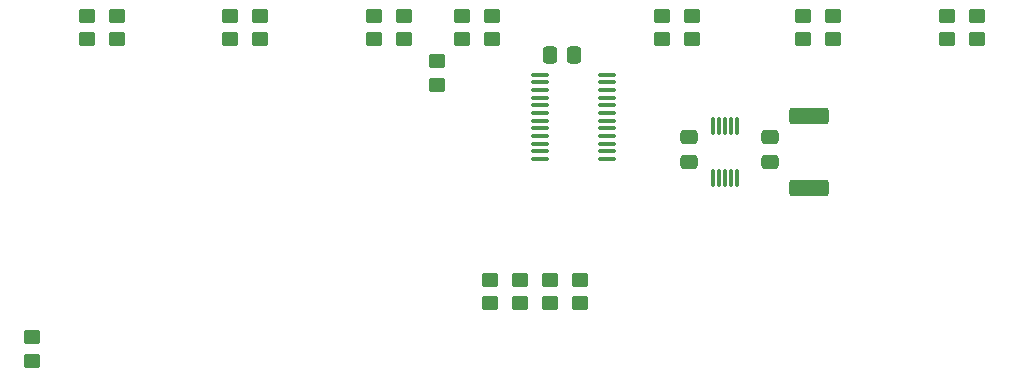
<source format=gbr>
%TF.GenerationSoftware,KiCad,Pcbnew,(6.0.1)*%
%TF.CreationDate,2022-11-17T10:08:14-05:00*%
%TF.ProjectId,ThermixelCtrl,54686572-6d69-4786-956c-4374726c2e6b,rev?*%
%TF.SameCoordinates,Original*%
%TF.FileFunction,Paste,Top*%
%TF.FilePolarity,Positive*%
%FSLAX46Y46*%
G04 Gerber Fmt 4.6, Leading zero omitted, Abs format (unit mm)*
G04 Created by KiCad (PCBNEW (6.0.1)) date 2022-11-17 10:08:14*
%MOMM*%
%LPD*%
G01*
G04 APERTURE LIST*
G04 Aperture macros list*
%AMRoundRect*
0 Rectangle with rounded corners*
0 $1 Rounding radius*
0 $2 $3 $4 $5 $6 $7 $8 $9 X,Y pos of 4 corners*
0 Add a 4 corners polygon primitive as box body*
4,1,4,$2,$3,$4,$5,$6,$7,$8,$9,$2,$3,0*
0 Add four circle primitives for the rounded corners*
1,1,$1+$1,$2,$3*
1,1,$1+$1,$4,$5*
1,1,$1+$1,$6,$7*
1,1,$1+$1,$8,$9*
0 Add four rect primitives between the rounded corners*
20,1,$1+$1,$2,$3,$4,$5,0*
20,1,$1+$1,$4,$5,$6,$7,0*
20,1,$1+$1,$6,$7,$8,$9,0*
20,1,$1+$1,$8,$9,$2,$3,0*%
G04 Aperture macros list end*
%ADD10RoundRect,0.250000X0.337500X0.475000X-0.337500X0.475000X-0.337500X-0.475000X0.337500X-0.475000X0*%
%ADD11RoundRect,0.250000X0.450000X-0.350000X0.450000X0.350000X-0.450000X0.350000X-0.450000X-0.350000X0*%
%ADD12RoundRect,0.250000X-0.450000X0.350000X-0.450000X-0.350000X0.450000X-0.350000X0.450000X0.350000X0*%
%ADD13RoundRect,0.250000X0.475000X-0.337500X0.475000X0.337500X-0.475000X0.337500X-0.475000X-0.337500X0*%
%ADD14RoundRect,0.075000X0.075000X-0.650000X0.075000X0.650000X-0.075000X0.650000X-0.075000X-0.650000X0*%
%ADD15RoundRect,0.250000X-0.475000X0.337500X-0.475000X-0.337500X0.475000X-0.337500X0.475000X0.337500X0*%
%ADD16RoundRect,0.249999X-1.425001X0.450001X-1.425001X-0.450001X1.425001X-0.450001X1.425001X0.450001X0*%
%ADD17RoundRect,0.100000X-0.637500X-0.100000X0.637500X-0.100000X0.637500X0.100000X-0.637500X0.100000X0*%
G04 APERTURE END LIST*
D10*
%TO.C,C2*%
X50215000Y-18008000D03*
X48140000Y-18008000D03*
%TD*%
D11*
%TO.C,R1*%
X8930000Y-16700000D03*
X8930000Y-14700000D03*
%TD*%
%TO.C,R2*%
X11470000Y-16700000D03*
X11470000Y-14700000D03*
%TD*%
%TO.C,R3*%
X57628000Y-16700000D03*
X57628000Y-14700000D03*
%TD*%
%TO.C,R4*%
X60168000Y-16700000D03*
X60168000Y-14700000D03*
%TD*%
%TO.C,R6*%
X21050000Y-16700000D03*
X21050000Y-14700000D03*
%TD*%
%TO.C,R7*%
X23590000Y-16700000D03*
X23590000Y-14700000D03*
%TD*%
%TO.C,R8*%
X69530000Y-16700000D03*
X69530000Y-14700000D03*
%TD*%
%TO.C,R9*%
X72070000Y-16700000D03*
X72070000Y-14700000D03*
%TD*%
%TO.C,R10*%
X33250000Y-16700000D03*
X33250000Y-14700000D03*
%TD*%
%TO.C,R11*%
X35790000Y-16700000D03*
X35790000Y-14700000D03*
%TD*%
%TO.C,R12*%
X81780000Y-16700000D03*
X81780000Y-14700000D03*
%TD*%
%TO.C,R13*%
X84320000Y-16700000D03*
X84320000Y-14700000D03*
%TD*%
D12*
%TO.C,R21*%
X38608000Y-20558000D03*
X38608000Y-18558000D03*
%TD*%
D11*
%TO.C,R15*%
X40720000Y-16700000D03*
X40720000Y-14700000D03*
%TD*%
%TO.C,R16*%
X43260000Y-16700000D03*
X43260000Y-14700000D03*
%TD*%
%TO.C,R18*%
X48150600Y-39056000D03*
X48150600Y-37056000D03*
%TD*%
%TO.C,R19*%
X50690600Y-39056000D03*
X50690600Y-37056000D03*
%TD*%
D12*
%TO.C,R17*%
X43070600Y-37056000D03*
X43070600Y-39056000D03*
%TD*%
%TO.C,R20*%
X4318000Y-41926000D03*
X4318000Y-43926000D03*
%TD*%
%TO.C,R14*%
X45610600Y-37056000D03*
X45610600Y-39056000D03*
%TD*%
D13*
%TO.C,C1*%
X66798000Y-27043500D03*
X66798000Y-24968500D03*
%TD*%
D14*
%TO.C,U1*%
X61988000Y-28460000D03*
X62488000Y-28460000D03*
X62988000Y-28460000D03*
X63488000Y-28460000D03*
X63988000Y-28460000D03*
X63988000Y-24060000D03*
X63488000Y-24060000D03*
X62988000Y-24060000D03*
X62488000Y-24060000D03*
X61988000Y-24060000D03*
%TD*%
D15*
%TO.C,C3*%
X59940000Y-24968500D03*
X59940000Y-27043500D03*
%TD*%
D16*
%TO.C,R5*%
X70100000Y-23210000D03*
X70100000Y-29310000D03*
%TD*%
D17*
%TO.C,U3*%
X47287500Y-19685000D03*
X47287500Y-20335000D03*
X47287500Y-20985000D03*
X47287500Y-21635000D03*
X47287500Y-22285000D03*
X47287500Y-22935000D03*
X47287500Y-23585000D03*
X47287500Y-24235000D03*
X47287500Y-24885000D03*
X47287500Y-25535000D03*
X47287500Y-26185000D03*
X47287500Y-26835000D03*
X53012500Y-26835000D03*
X53012500Y-26185000D03*
X53012500Y-25535000D03*
X53012500Y-24885000D03*
X53012500Y-24235000D03*
X53012500Y-23585000D03*
X53012500Y-22935000D03*
X53012500Y-22285000D03*
X53012500Y-21635000D03*
X53012500Y-20985000D03*
X53012500Y-20335000D03*
X53012500Y-19685000D03*
%TD*%
M02*

</source>
